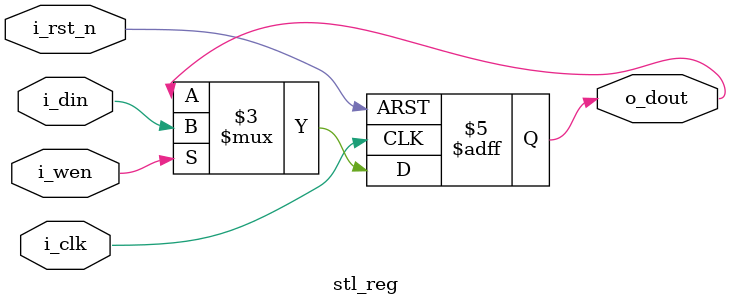
<source format=sv>
module stl_reg #(
  WIDTH = 1,
  RESET_VAL = 0
)(
  input                     i_clk   ,
  input                     i_rst_n ,
  input                     i_wen   ,
  input         [WIDTH-1:0] i_din   ,
  output logic  [WIDTH-1:0] o_dout
);

  always @(posedge i_clk or negedge i_rst_n) begin
    if (!i_rst_n) begin
      o_dout <= RESET_VAL;
    end else if(i_wen) begin
      o_dout <= i_din;
    end
  end

endmodule

</source>
